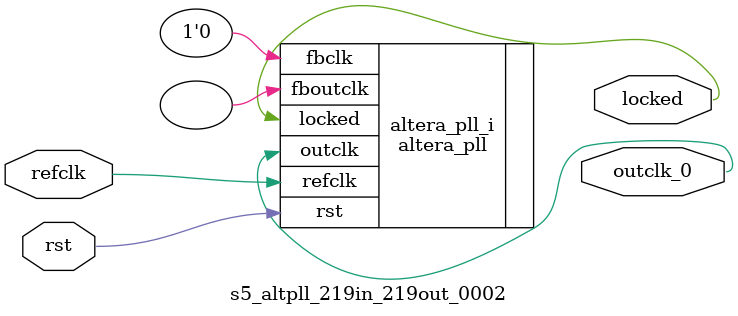
<source format=v>
`timescale 1ns/10ps
module  s5_altpll_219in_219out_0002(

	// interface 'refclk'
	input wire refclk,

	// interface 'reset'
	input wire rst,

	// interface 'outclk0'
	output wire outclk_0,

	// interface 'locked'
	output wire locked
);

	altera_pll #(
		.fractional_vco_multiplier("false"),
		.reference_clock_frequency("219.140625 MHz"),
		.operation_mode("normal"),
		.number_of_clocks(1),
		.output_clock_frequency0("219.140625 MHz"),
		.phase_shift0("0 ps"),
		.duty_cycle0(50),
		.output_clock_frequency1("0 MHz"),
		.phase_shift1("0 ps"),
		.duty_cycle1(50),
		.output_clock_frequency2("0 MHz"),
		.phase_shift2("0 ps"),
		.duty_cycle2(50),
		.output_clock_frequency3("0 MHz"),
		.phase_shift3("0 ps"),
		.duty_cycle3(50),
		.output_clock_frequency4("0 MHz"),
		.phase_shift4("0 ps"),
		.duty_cycle4(50),
		.output_clock_frequency5("0 MHz"),
		.phase_shift5("0 ps"),
		.duty_cycle5(50),
		.output_clock_frequency6("0 MHz"),
		.phase_shift6("0 ps"),
		.duty_cycle6(50),
		.output_clock_frequency7("0 MHz"),
		.phase_shift7("0 ps"),
		.duty_cycle7(50),
		.output_clock_frequency8("0 MHz"),
		.phase_shift8("0 ps"),
		.duty_cycle8(50),
		.output_clock_frequency9("0 MHz"),
		.phase_shift9("0 ps"),
		.duty_cycle9(50),
		.output_clock_frequency10("0 MHz"),
		.phase_shift10("0 ps"),
		.duty_cycle10(50),
		.output_clock_frequency11("0 MHz"),
		.phase_shift11("0 ps"),
		.duty_cycle11(50),
		.output_clock_frequency12("0 MHz"),
		.phase_shift12("0 ps"),
		.duty_cycle12(50),
		.output_clock_frequency13("0 MHz"),
		.phase_shift13("0 ps"),
		.duty_cycle13(50),
		.output_clock_frequency14("0 MHz"),
		.phase_shift14("0 ps"),
		.duty_cycle14(50),
		.output_clock_frequency15("0 MHz"),
		.phase_shift15("0 ps"),
		.duty_cycle15(50),
		.output_clock_frequency16("0 MHz"),
		.phase_shift16("0 ps"),
		.duty_cycle16(50),
		.output_clock_frequency17("0 MHz"),
		.phase_shift17("0 ps"),
		.duty_cycle17(50),
		.pll_type("General"),
		.pll_subtype("General")
	) altera_pll_i (
		.rst	(rst),
		.outclk	({outclk_0}),
		.locked	(locked),
		.fboutclk	( ),
		.fbclk	(1'b0),
		.refclk	(refclk)
	);
endmodule


</source>
